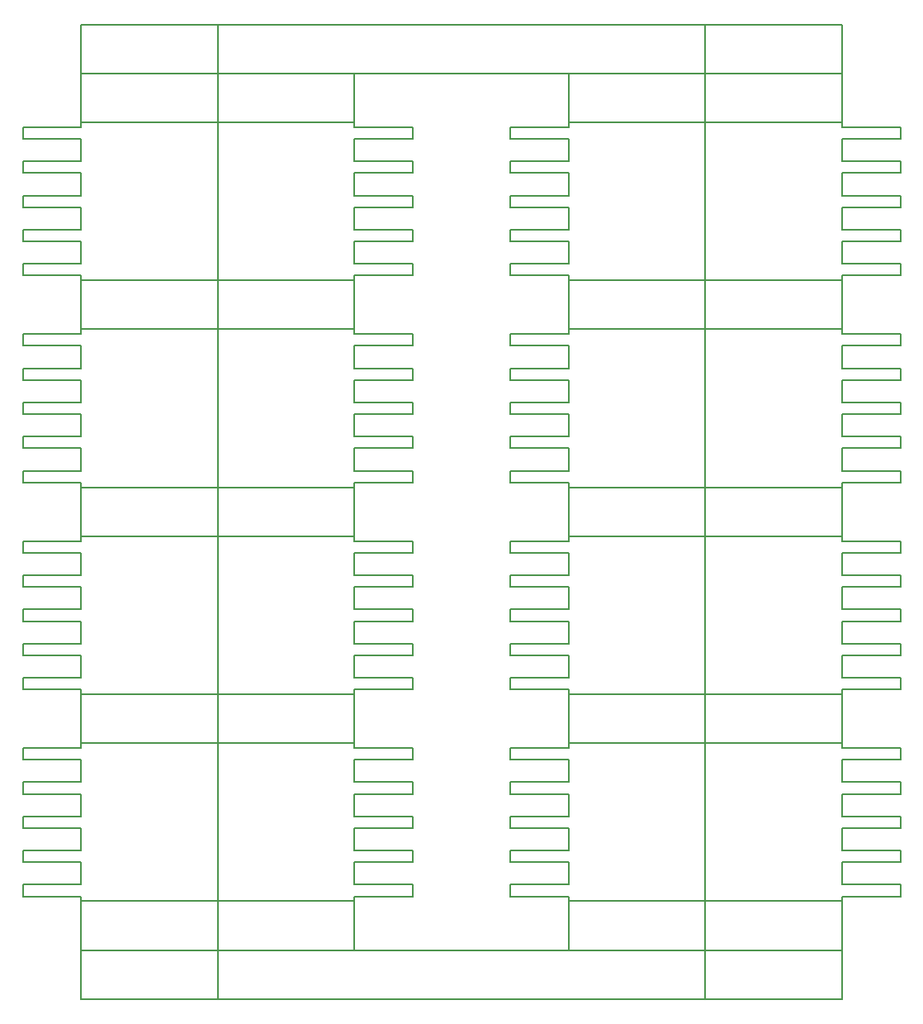
<source format=gm1>
G04 #@! TF.GenerationSoftware,KiCad,Pcbnew,(5.1.0)-1*
G04 #@! TF.CreationDate,2019-06-08T19:04:16-04:00*
G04 #@! TF.ProjectId,input+output_panel,696e7075-742b-46f7-9574-7075745f7061,0.1*
G04 #@! TF.SameCoordinates,Original*
G04 #@! TF.FileFunction,Profile,NP*
%FSLAX46Y46*%
G04 Gerber Fmt 4.6, Leading zero omitted, Abs format (unit mm)*
G04 Created by KiCad (PCBNEW (5.1.0)-1) date 2019-06-08 19:04:16*
%MOMM*%
%LPD*%
G04 APERTURE LIST*
%ADD10C,0.150000*%
G04 APERTURE END LIST*
D10*
X163299000Y-32219000D02*
X163299000Y-42219000D01*
X113299000Y-32219000D02*
X113299000Y-42219000D01*
X113299000Y-122019000D02*
X113299000Y-132019000D01*
X163299000Y-122019000D02*
X163299000Y-132019000D01*
X177299000Y-63419000D02*
X177299000Y-58419000D01*
X163299000Y-58419000D02*
X163299000Y-63419000D01*
X149299000Y-63419000D02*
X149299000Y-58419000D01*
X177299000Y-84619000D02*
X177299000Y-79619000D01*
X163299000Y-79619000D02*
X163299000Y-84619000D01*
X149299000Y-84619000D02*
X149299000Y-79619000D01*
X177299000Y-105819000D02*
X177299000Y-100819000D01*
X163299000Y-100819000D02*
X163299000Y-105819000D01*
X149299000Y-105819000D02*
X149299000Y-100819000D01*
X127299000Y-127019000D02*
X149299000Y-127019000D01*
X99299000Y-132019000D02*
X99299000Y-122019000D01*
X174799000Y-132019000D02*
X101799000Y-132019000D01*
X177299000Y-132019000D02*
X177299000Y-122019000D01*
X174799000Y-132019000D02*
X177299000Y-132019000D01*
X101799000Y-132019000D02*
X99299000Y-132019000D01*
X149299000Y-127019000D02*
X149299000Y-122019000D01*
X174799000Y-127019000D02*
X151799000Y-127019000D01*
X127299000Y-122019000D02*
X127299000Y-127019000D01*
X124799000Y-127019000D02*
X101799000Y-127019000D01*
X127299000Y-100819000D02*
X127299000Y-105819000D01*
X113299000Y-105819000D02*
X113299000Y-100819000D01*
X99299000Y-100819000D02*
X99299000Y-105819000D01*
X127299000Y-79619000D02*
X127299000Y-84619000D01*
X113299000Y-84619000D02*
X113299000Y-79619000D01*
X99299000Y-79619000D02*
X99299000Y-84619000D01*
X127299000Y-58419000D02*
X127299000Y-63419000D01*
X113299000Y-63419000D02*
X113299000Y-58419000D01*
X99299000Y-58419000D02*
X99299000Y-63419000D01*
X149299000Y-32219000D02*
X127299000Y-32219000D01*
X174792000Y-32211000D02*
X151799000Y-32219000D01*
X177299000Y-37219000D02*
X177292000Y-32211000D01*
X177299000Y-37219000D02*
X177299000Y-42219000D01*
X151799000Y-37219000D02*
X174799000Y-37219000D01*
X149299000Y-42219000D02*
X149299000Y-37219000D01*
X127299000Y-37219000D02*
X149299000Y-37219000D01*
X127299000Y-42219000D02*
X127299000Y-37219000D01*
X124799000Y-32219000D02*
X101799000Y-32211000D01*
X101799000Y-37219000D02*
X124799000Y-37219000D01*
X99299000Y-42219000D02*
X99299000Y-32211000D01*
X174799000Y-127019000D02*
X177299000Y-127019000D01*
X151799000Y-127019000D02*
X149299000Y-127019000D01*
X124799000Y-127019000D02*
X127299000Y-127019000D01*
X101799000Y-127019000D02*
X99299000Y-127019000D01*
X174792000Y-32211000D02*
X177292000Y-32211000D01*
X151799000Y-32219000D02*
X149299000Y-32219000D01*
X124799000Y-32219000D02*
X127299000Y-32219000D01*
X101799000Y-32211000D02*
X99299000Y-32211000D01*
X174799000Y-37219000D02*
X177299000Y-37219000D01*
X151799000Y-37219000D02*
X149299000Y-37219000D01*
X124799000Y-37219000D02*
X127299000Y-37219000D01*
X101799000Y-37219000D02*
X99299000Y-37219000D01*
X177299000Y-56719000D02*
X177299000Y-54419000D01*
X143299000Y-54419000D02*
X149299000Y-54419000D01*
X143299000Y-49719000D02*
X143299000Y-50919000D01*
X149299000Y-53219000D02*
X143299000Y-53219000D01*
X143299000Y-57919000D02*
X149299000Y-57919000D01*
X149299000Y-56719000D02*
X143299000Y-56719000D01*
X143299000Y-42719000D02*
X143299000Y-43919000D01*
X143299000Y-56719000D02*
X143299000Y-57919000D01*
X143299000Y-43919000D02*
X149299000Y-43919000D01*
X177299000Y-57919000D02*
X183299000Y-57919000D01*
X149299000Y-43919000D02*
X149299000Y-46219000D01*
X149299000Y-50919000D02*
X149299000Y-53219000D01*
X149299000Y-54419000D02*
X149299000Y-56719000D01*
X149299000Y-47419000D02*
X149299000Y-49719000D01*
X143299000Y-53219000D02*
X143299000Y-54419000D01*
X149299000Y-57919000D02*
X149299000Y-58419000D01*
X149299000Y-42219000D02*
X149299000Y-42719000D01*
X149299000Y-49719000D02*
X143299000Y-49719000D01*
X163299000Y-42219000D02*
X169299000Y-42219000D01*
X151799000Y-42219000D02*
X149299000Y-42219000D01*
X183299000Y-47419000D02*
X183299000Y-46219000D01*
X143299000Y-47419000D02*
X149299000Y-47419000D01*
X163299000Y-58419000D02*
X169299000Y-58419000D01*
X183299000Y-46219000D02*
X177299000Y-46219000D01*
X177299000Y-46219000D02*
X177299000Y-43919000D01*
X177299000Y-49719000D02*
X177299000Y-47419000D01*
X163299000Y-58419000D02*
X163299000Y-42219000D01*
X157299000Y-58419000D02*
X151799000Y-58419000D01*
X177299000Y-50919000D02*
X183299000Y-50919000D01*
X177299000Y-42719000D02*
X177299000Y-42219000D01*
X163299000Y-58419000D02*
X157299000Y-58419000D01*
X143299000Y-50919000D02*
X149299000Y-50919000D01*
X169299000Y-58419000D02*
X174799000Y-58419000D01*
X183299000Y-56719000D02*
X177299000Y-56719000D01*
X177299000Y-47419000D02*
X183299000Y-47419000D01*
X149299000Y-42719000D02*
X143299000Y-42719000D01*
X183299000Y-50919000D02*
X183299000Y-49719000D01*
X157299000Y-42219000D02*
X151799000Y-42219000D01*
X183299000Y-54419000D02*
X183299000Y-53219000D01*
X177299000Y-58419000D02*
X177299000Y-57919000D01*
X143299000Y-46219000D02*
X143299000Y-47419000D01*
X163299000Y-42219000D02*
X157299000Y-42219000D01*
X183299000Y-57919000D02*
X183299000Y-56719000D01*
X163299000Y-42219000D02*
X163299000Y-58419000D01*
X183299000Y-53219000D02*
X177299000Y-53219000D01*
X183299000Y-49719000D02*
X177299000Y-49719000D01*
X174799000Y-42219000D02*
X177299000Y-42219000D01*
X169299000Y-42219000D02*
X174799000Y-42219000D01*
X174799000Y-58419000D02*
X177299000Y-58419000D01*
X183299000Y-43919000D02*
X183299000Y-42719000D01*
X183299000Y-42719000D02*
X177299000Y-42719000D01*
X177299000Y-43919000D02*
X183299000Y-43919000D01*
X177299000Y-54419000D02*
X183299000Y-54419000D01*
X177299000Y-53219000D02*
X177299000Y-50919000D01*
X149299000Y-46219000D02*
X143299000Y-46219000D01*
X151799000Y-58419000D02*
X149299000Y-58419000D01*
X143299000Y-77919000D02*
X143299000Y-79119000D01*
X143299000Y-75619000D02*
X149299000Y-75619000D01*
X143299000Y-70919000D02*
X143299000Y-72119000D01*
X149299000Y-65119000D02*
X149299000Y-67419000D01*
X143299000Y-63919000D02*
X143299000Y-65119000D01*
X149299000Y-79119000D02*
X149299000Y-79619000D01*
X149299000Y-68619000D02*
X149299000Y-70919000D01*
X143299000Y-65119000D02*
X149299000Y-65119000D01*
X149299000Y-74419000D02*
X143299000Y-74419000D01*
X149299000Y-72119000D02*
X149299000Y-74419000D01*
X143299000Y-79119000D02*
X149299000Y-79119000D01*
X149299000Y-75619000D02*
X149299000Y-77919000D01*
X149299000Y-77919000D02*
X143299000Y-77919000D01*
X149299000Y-63419000D02*
X149299000Y-63919000D01*
X143299000Y-74419000D02*
X143299000Y-75619000D01*
X177299000Y-79119000D02*
X183299000Y-79119000D01*
X177299000Y-77919000D02*
X177299000Y-75619000D01*
X183299000Y-77919000D02*
X177299000Y-77919000D01*
X177299000Y-68619000D02*
X183299000Y-68619000D01*
X149299000Y-63919000D02*
X143299000Y-63919000D01*
X169299000Y-63419000D02*
X174799000Y-63419000D01*
X174799000Y-79619000D02*
X177299000Y-79619000D01*
X183299000Y-65119000D02*
X183299000Y-63919000D01*
X183299000Y-63919000D02*
X177299000Y-63919000D01*
X177299000Y-65119000D02*
X183299000Y-65119000D01*
X143299000Y-72119000D02*
X149299000Y-72119000D01*
X177299000Y-75619000D02*
X183299000Y-75619000D01*
X151799000Y-79619000D02*
X149299000Y-79619000D01*
X149299000Y-70919000D02*
X143299000Y-70919000D01*
X163299000Y-63419000D02*
X169299000Y-63419000D01*
X183299000Y-67419000D02*
X177299000Y-67419000D01*
X183299000Y-72119000D02*
X183299000Y-70919000D01*
X149299000Y-67419000D02*
X143299000Y-67419000D01*
X183299000Y-68619000D02*
X183299000Y-67419000D01*
X157299000Y-63419000D02*
X151799000Y-63419000D01*
X177299000Y-67419000D02*
X177299000Y-65119000D01*
X151799000Y-63419000D02*
X149299000Y-63419000D01*
X169299000Y-79619000D02*
X174799000Y-79619000D01*
X183299000Y-75619000D02*
X183299000Y-74419000D01*
X174799000Y-63419000D02*
X177299000Y-63419000D01*
X183299000Y-79119000D02*
X183299000Y-77919000D01*
X177299000Y-79619000D02*
X177299000Y-79119000D01*
X177299000Y-70919000D02*
X177299000Y-68619000D01*
X163299000Y-79619000D02*
X163299000Y-63419000D01*
X183299000Y-70919000D02*
X177299000Y-70919000D01*
X163299000Y-63419000D02*
X163299000Y-79619000D01*
X143299000Y-68619000D02*
X149299000Y-68619000D01*
X177299000Y-74419000D02*
X177299000Y-72119000D01*
X143299000Y-67419000D02*
X143299000Y-68619000D01*
X163299000Y-79619000D02*
X169299000Y-79619000D01*
X163299000Y-63419000D02*
X157299000Y-63419000D01*
X163299000Y-79619000D02*
X157299000Y-79619000D01*
X177299000Y-72119000D02*
X183299000Y-72119000D01*
X157299000Y-79619000D02*
X151799000Y-79619000D01*
X177299000Y-63919000D02*
X177299000Y-63419000D01*
X183299000Y-74419000D02*
X177299000Y-74419000D01*
X183299000Y-99119000D02*
X177299000Y-99119000D01*
X177299000Y-89819000D02*
X183299000Y-89819000D01*
X177299000Y-85119000D02*
X177299000Y-84619000D01*
X177299000Y-100819000D02*
X177299000Y-100319000D01*
X177299000Y-99119000D02*
X177299000Y-96819000D01*
X177299000Y-86319000D02*
X183299000Y-86319000D01*
X183299000Y-88619000D02*
X177299000Y-88619000D01*
X183299000Y-89819000D02*
X183299000Y-88619000D01*
X177299000Y-92119000D02*
X177299000Y-89819000D01*
X177299000Y-96819000D02*
X183299000Y-96819000D01*
X183299000Y-86319000D02*
X183299000Y-85119000D01*
X177299000Y-95619000D02*
X177299000Y-93319000D01*
X183299000Y-95619000D02*
X177299000Y-95619000D01*
X183299000Y-93319000D02*
X183299000Y-92119000D01*
X183299000Y-100319000D02*
X183299000Y-99119000D01*
X183299000Y-85119000D02*
X177299000Y-85119000D01*
X177299000Y-88619000D02*
X177299000Y-86319000D01*
X169299000Y-84619000D02*
X174799000Y-84619000D01*
X169299000Y-100819000D02*
X174799000Y-100819000D01*
X177299000Y-100319000D02*
X183299000Y-100319000D01*
X163299000Y-100819000D02*
X169299000Y-100819000D01*
X177299000Y-93319000D02*
X183299000Y-93319000D01*
X174799000Y-100819000D02*
X177299000Y-100819000D01*
X163299000Y-100819000D02*
X163299000Y-84619000D01*
X163299000Y-84619000D02*
X169299000Y-84619000D01*
X183299000Y-96819000D02*
X183299000Y-95619000D01*
X174799000Y-84619000D02*
X177299000Y-84619000D01*
X183299000Y-92119000D02*
X177299000Y-92119000D01*
X151799000Y-100819000D02*
X149299000Y-100819000D01*
X157299000Y-84619000D02*
X151799000Y-84619000D01*
X149299000Y-92119000D02*
X143299000Y-92119000D01*
X149299000Y-85119000D02*
X143299000Y-85119000D01*
X157299000Y-100819000D02*
X151799000Y-100819000D01*
X151799000Y-84619000D02*
X149299000Y-84619000D01*
X163299000Y-84619000D02*
X157299000Y-84619000D01*
X143299000Y-93319000D02*
X149299000Y-93319000D01*
X143299000Y-88619000D02*
X143299000Y-89819000D01*
X163299000Y-84619000D02*
X163299000Y-100819000D01*
X163299000Y-100819000D02*
X157299000Y-100819000D01*
X149299000Y-88619000D02*
X143299000Y-88619000D01*
X143299000Y-89819000D02*
X149299000Y-89819000D01*
X143299000Y-92119000D02*
X143299000Y-93319000D01*
X143299000Y-85119000D02*
X143299000Y-86319000D01*
X143299000Y-86319000D02*
X149299000Y-86319000D01*
X149299000Y-95619000D02*
X143299000Y-95619000D01*
X143299000Y-100319000D02*
X149299000Y-100319000D01*
X149299000Y-100319000D02*
X149299000Y-100819000D01*
X143299000Y-99119000D02*
X143299000Y-100319000D01*
X149299000Y-99119000D02*
X143299000Y-99119000D01*
X143299000Y-96819000D02*
X149299000Y-96819000D01*
X143299000Y-95619000D02*
X143299000Y-96819000D01*
X149299000Y-84619000D02*
X149299000Y-85119000D01*
X149299000Y-86319000D02*
X149299000Y-88619000D01*
X149299000Y-89819000D02*
X149299000Y-92119000D01*
X149299000Y-93319000D02*
X149299000Y-95619000D01*
X149299000Y-96819000D02*
X149299000Y-99119000D01*
X174799000Y-105819000D02*
X177299000Y-105819000D01*
X169299000Y-122019000D02*
X174799000Y-122019000D01*
X177299000Y-114519000D02*
X183299000Y-114519000D01*
X177299000Y-121519000D02*
X183299000Y-121519000D01*
X169299000Y-105819000D02*
X174799000Y-105819000D01*
X174799000Y-122019000D02*
X177299000Y-122019000D01*
X163299000Y-122019000D02*
X169299000Y-122019000D01*
X183299000Y-113319000D02*
X177299000Y-113319000D01*
X183299000Y-118019000D02*
X183299000Y-116819000D01*
X163299000Y-122019000D02*
X163299000Y-105819000D01*
X163299000Y-105819000D02*
X169299000Y-105819000D01*
X177299000Y-118019000D02*
X183299000Y-118019000D01*
X183299000Y-116819000D02*
X177299000Y-116819000D01*
X183299000Y-114519000D02*
X183299000Y-113319000D01*
X183299000Y-121519000D02*
X183299000Y-120319000D01*
X183299000Y-120319000D02*
X177299000Y-120319000D01*
X177299000Y-111019000D02*
X183299000Y-111019000D01*
X183299000Y-106319000D02*
X177299000Y-106319000D01*
X177299000Y-106319000D02*
X177299000Y-105819000D01*
X183299000Y-107519000D02*
X183299000Y-106319000D01*
X177299000Y-107519000D02*
X183299000Y-107519000D01*
X183299000Y-109819000D02*
X177299000Y-109819000D01*
X183299000Y-111019000D02*
X183299000Y-109819000D01*
X177299000Y-122019000D02*
X177299000Y-121519000D01*
X177299000Y-120319000D02*
X177299000Y-118019000D01*
X177299000Y-116819000D02*
X177299000Y-114519000D01*
X177299000Y-113319000D02*
X177299000Y-111019000D01*
X177299000Y-109819000D02*
X177299000Y-107519000D01*
X99299000Y-49719000D02*
X93299000Y-49719000D01*
X93299000Y-49719000D02*
X93299000Y-50919000D01*
X99299000Y-43919000D02*
X99299000Y-46219000D01*
X99299000Y-50919000D02*
X99299000Y-53219000D01*
X127299000Y-49719000D02*
X127299000Y-47419000D01*
X127299000Y-54419000D02*
X133299000Y-54419000D01*
X99299000Y-42719000D02*
X93299000Y-42719000D01*
X133299000Y-50919000D02*
X133299000Y-49719000D01*
X133299000Y-56719000D02*
X127299000Y-56719000D01*
X133299000Y-42719000D02*
X127299000Y-42719000D01*
X133299000Y-43919000D02*
X133299000Y-42719000D01*
X127299000Y-43919000D02*
X133299000Y-43919000D01*
X113299000Y-58419000D02*
X119299000Y-58419000D01*
X101799000Y-58419000D02*
X99299000Y-58419000D01*
X127299000Y-56719000D02*
X127299000Y-54419000D01*
X107299000Y-42219000D02*
X101799000Y-42219000D01*
X93299000Y-47419000D02*
X99299000Y-47419000D01*
X127299000Y-46219000D02*
X127299000Y-43919000D01*
X133299000Y-54419000D02*
X133299000Y-53219000D01*
X127299000Y-42719000D02*
X127299000Y-42219000D01*
X119299000Y-58419000D02*
X124799000Y-58419000D01*
X93299000Y-42719000D02*
X93299000Y-43919000D01*
X113299000Y-58419000D02*
X113299000Y-42219000D01*
X119299000Y-42219000D02*
X124799000Y-42219000D01*
X127299000Y-50919000D02*
X133299000Y-50919000D01*
X124799000Y-42219000D02*
X127299000Y-42219000D01*
X93299000Y-46219000D02*
X93299000Y-47419000D01*
X93299000Y-50919000D02*
X99299000Y-50919000D01*
X113299000Y-42219000D02*
X119299000Y-42219000D01*
X133299000Y-53219000D02*
X127299000Y-53219000D01*
X113299000Y-42219000D02*
X107299000Y-42219000D01*
X133299000Y-57919000D02*
X133299000Y-56719000D01*
X127299000Y-53219000D02*
X127299000Y-50919000D01*
X113299000Y-42219000D02*
X113299000Y-58419000D01*
X99299000Y-53219000D02*
X93299000Y-53219000D01*
X127299000Y-58419000D02*
X127299000Y-57919000D01*
X127299000Y-57919000D02*
X133299000Y-57919000D01*
X127299000Y-47419000D02*
X133299000Y-47419000D01*
X113299000Y-58419000D02*
X107299000Y-58419000D01*
X133299000Y-49719000D02*
X127299000Y-49719000D01*
X93299000Y-57919000D02*
X99299000Y-57919000D01*
X133299000Y-46219000D02*
X127299000Y-46219000D01*
X99299000Y-47419000D02*
X99299000Y-49719000D01*
X93299000Y-43919000D02*
X99299000Y-43919000D01*
X124799000Y-58419000D02*
X127299000Y-58419000D01*
X107299000Y-58419000D02*
X101799000Y-58419000D01*
X133299000Y-47419000D02*
X133299000Y-46219000D01*
X99299000Y-56719000D02*
X93299000Y-56719000D01*
X99299000Y-57919000D02*
X99299000Y-58419000D01*
X99299000Y-46219000D02*
X93299000Y-46219000D01*
X99299000Y-42219000D02*
X99299000Y-42719000D01*
X101799000Y-42219000D02*
X99299000Y-42219000D01*
X93299000Y-54419000D02*
X99299000Y-54419000D01*
X99299000Y-54419000D02*
X99299000Y-56719000D01*
X93299000Y-56719000D02*
X93299000Y-57919000D01*
X93299000Y-53219000D02*
X93299000Y-54419000D01*
X133299000Y-68619000D02*
X133299000Y-67419000D01*
X113299000Y-79619000D02*
X107299000Y-79619000D01*
X99299000Y-77919000D02*
X93299000Y-77919000D01*
X99299000Y-79119000D02*
X99299000Y-79619000D01*
X99299000Y-63419000D02*
X99299000Y-63919000D01*
X93299000Y-79119000D02*
X99299000Y-79119000D01*
X101799000Y-63419000D02*
X99299000Y-63419000D01*
X133299000Y-67419000D02*
X127299000Y-67419000D01*
X99299000Y-74419000D02*
X93299000Y-74419000D01*
X93299000Y-75619000D02*
X99299000Y-75619000D01*
X99299000Y-75619000D02*
X99299000Y-77919000D01*
X107299000Y-63419000D02*
X101799000Y-63419000D01*
X99299000Y-68619000D02*
X99299000Y-70919000D01*
X93299000Y-74419000D02*
X93299000Y-75619000D01*
X99299000Y-70919000D02*
X93299000Y-70919000D01*
X93299000Y-63919000D02*
X93299000Y-65119000D01*
X93299000Y-70919000D02*
X93299000Y-72119000D01*
X99299000Y-67419000D02*
X93299000Y-67419000D01*
X113299000Y-63419000D02*
X113299000Y-79619000D01*
X93299000Y-77919000D02*
X93299000Y-79119000D01*
X99299000Y-65119000D02*
X99299000Y-67419000D01*
X99299000Y-72119000D02*
X99299000Y-74419000D01*
X93299000Y-65119000D02*
X99299000Y-65119000D01*
X107299000Y-79619000D02*
X101799000Y-79619000D01*
X93299000Y-72119000D02*
X99299000Y-72119000D01*
X99299000Y-63919000D02*
X93299000Y-63919000D01*
X101799000Y-79619000D02*
X99299000Y-79619000D01*
X93299000Y-68619000D02*
X99299000Y-68619000D01*
X113299000Y-63419000D02*
X119299000Y-63419000D01*
X133299000Y-70919000D02*
X127299000Y-70919000D01*
X133299000Y-79119000D02*
X133299000Y-77919000D01*
X127299000Y-68619000D02*
X133299000Y-68619000D01*
X133299000Y-74419000D02*
X127299000Y-74419000D01*
X113299000Y-79619000D02*
X113299000Y-63419000D01*
X127299000Y-77919000D02*
X127299000Y-75619000D01*
X127299000Y-65119000D02*
X133299000Y-65119000D01*
X133299000Y-75619000D02*
X133299000Y-74419000D01*
X133299000Y-77919000D02*
X127299000Y-77919000D01*
X119299000Y-63419000D02*
X124799000Y-63419000D01*
X127299000Y-74419000D02*
X127299000Y-72119000D01*
X127299000Y-67419000D02*
X127299000Y-65119000D01*
X127299000Y-63919000D02*
X127299000Y-63419000D01*
X127299000Y-75619000D02*
X133299000Y-75619000D01*
X127299000Y-72119000D02*
X133299000Y-72119000D01*
X113299000Y-79619000D02*
X119299000Y-79619000D01*
X113299000Y-63419000D02*
X107299000Y-63419000D01*
X127299000Y-70919000D02*
X127299000Y-68619000D01*
X93299000Y-67419000D02*
X93299000Y-68619000D01*
X124799000Y-63419000D02*
X127299000Y-63419000D01*
X124799000Y-79619000D02*
X127299000Y-79619000D01*
X133299000Y-65119000D02*
X133299000Y-63919000D01*
X133299000Y-72119000D02*
X133299000Y-70919000D01*
X127299000Y-79619000D02*
X127299000Y-79119000D01*
X133299000Y-63919000D02*
X127299000Y-63919000D01*
X127299000Y-79119000D02*
X133299000Y-79119000D01*
X119299000Y-79619000D02*
X124799000Y-79619000D01*
X133299000Y-88619000D02*
X127299000Y-88619000D01*
X133299000Y-89819000D02*
X133299000Y-88619000D01*
X93299000Y-96819000D02*
X99299000Y-96819000D01*
X93299000Y-95619000D02*
X93299000Y-96819000D01*
X99299000Y-86319000D02*
X99299000Y-88619000D01*
X99299000Y-84619000D02*
X99299000Y-85119000D01*
X99299000Y-89819000D02*
X99299000Y-92119000D01*
X99299000Y-93319000D02*
X99299000Y-95619000D01*
X99299000Y-96819000D02*
X99299000Y-99119000D01*
X99299000Y-100319000D02*
X99299000Y-100819000D01*
X93299000Y-86319000D02*
X99299000Y-86319000D01*
X93299000Y-92119000D02*
X93299000Y-93319000D01*
X93299000Y-93319000D02*
X99299000Y-93319000D01*
X99299000Y-88619000D02*
X93299000Y-88619000D01*
X99299000Y-85119000D02*
X93299000Y-85119000D01*
X99299000Y-95619000D02*
X93299000Y-95619000D01*
X107299000Y-100819000D02*
X101799000Y-100819000D01*
X101799000Y-84619000D02*
X99299000Y-84619000D01*
X99299000Y-92119000D02*
X93299000Y-92119000D01*
X101799000Y-100819000D02*
X99299000Y-100819000D01*
X93299000Y-100319000D02*
X99299000Y-100319000D01*
X93299000Y-99119000D02*
X93299000Y-100319000D01*
X107299000Y-84619000D02*
X101799000Y-84619000D01*
X99299000Y-99119000D02*
X93299000Y-99119000D01*
X113299000Y-84619000D02*
X113299000Y-100819000D01*
X93299000Y-85119000D02*
X93299000Y-86319000D01*
X113299000Y-100819000D02*
X107299000Y-100819000D01*
X93299000Y-89819000D02*
X99299000Y-89819000D01*
X93299000Y-88619000D02*
X93299000Y-89819000D01*
X124799000Y-84619000D02*
X127299000Y-84619000D01*
X124799000Y-100819000D02*
X127299000Y-100819000D01*
X133299000Y-86319000D02*
X133299000Y-85119000D01*
X127299000Y-100319000D02*
X133299000Y-100319000D01*
X119299000Y-100819000D02*
X124799000Y-100819000D01*
X113299000Y-100819000D02*
X113299000Y-84619000D01*
X127299000Y-99119000D02*
X127299000Y-96819000D01*
X133299000Y-92119000D02*
X127299000Y-92119000D01*
X127299000Y-100819000D02*
X127299000Y-100319000D01*
X127299000Y-86319000D02*
X133299000Y-86319000D01*
X133299000Y-99119000D02*
X127299000Y-99119000D01*
X119299000Y-84619000D02*
X124799000Y-84619000D01*
X133299000Y-85119000D02*
X127299000Y-85119000D01*
X127299000Y-95619000D02*
X127299000Y-93319000D01*
X133299000Y-100319000D02*
X133299000Y-99119000D01*
X113299000Y-84619000D02*
X119299000Y-84619000D01*
X127299000Y-92119000D02*
X127299000Y-89819000D01*
X127299000Y-88619000D02*
X127299000Y-86319000D01*
X127299000Y-85119000D02*
X127299000Y-84619000D01*
X133299000Y-93319000D02*
X133299000Y-92119000D01*
X127299000Y-96819000D02*
X133299000Y-96819000D01*
X127299000Y-89819000D02*
X133299000Y-89819000D01*
X127299000Y-93319000D02*
X133299000Y-93319000D01*
X133299000Y-95619000D02*
X127299000Y-95619000D01*
X113299000Y-100819000D02*
X119299000Y-100819000D01*
X133299000Y-96819000D02*
X133299000Y-95619000D01*
X113299000Y-84619000D02*
X107299000Y-84619000D01*
X133299000Y-109819000D02*
X127299000Y-109819000D01*
X133299000Y-111019000D02*
X133299000Y-109819000D01*
X127299000Y-120319000D02*
X127299000Y-118019000D01*
X127299000Y-122019000D02*
X127299000Y-121519000D01*
X127299000Y-116819000D02*
X127299000Y-114519000D01*
X127299000Y-113319000D02*
X127299000Y-111019000D01*
X127299000Y-109819000D02*
X127299000Y-107519000D01*
X127299000Y-106319000D02*
X127299000Y-105819000D01*
X133299000Y-120319000D02*
X127299000Y-120319000D01*
X133299000Y-114519000D02*
X133299000Y-113319000D01*
X133299000Y-113319000D02*
X127299000Y-113319000D01*
X127299000Y-118019000D02*
X133299000Y-118019000D01*
X127299000Y-121519000D02*
X133299000Y-121519000D01*
X127299000Y-111019000D02*
X133299000Y-111019000D01*
X119299000Y-105819000D02*
X124799000Y-105819000D01*
X124799000Y-122019000D02*
X127299000Y-122019000D01*
X127299000Y-114519000D02*
X133299000Y-114519000D01*
X124799000Y-105819000D02*
X127299000Y-105819000D01*
X133299000Y-106319000D02*
X127299000Y-106319000D01*
X133299000Y-107519000D02*
X133299000Y-106319000D01*
X119299000Y-122019000D02*
X124799000Y-122019000D01*
X127299000Y-107519000D02*
X133299000Y-107519000D01*
X113299000Y-122019000D02*
X113299000Y-105819000D01*
X133299000Y-121519000D02*
X133299000Y-120319000D01*
X113299000Y-105819000D02*
X119299000Y-105819000D01*
X133299000Y-116819000D02*
X127299000Y-116819000D01*
X133299000Y-118019000D02*
X133299000Y-116819000D01*
X113299000Y-122019000D02*
X119299000Y-122019000D01*
X99299000Y-121519000D02*
X99299000Y-122019000D01*
X99299000Y-118019000D02*
X99299000Y-120319000D01*
X99299000Y-114519000D02*
X99299000Y-116819000D01*
X99299000Y-111019000D02*
X99299000Y-113319000D01*
X99299000Y-107519000D02*
X99299000Y-109819000D01*
X99299000Y-105819000D02*
X99299000Y-106319000D01*
X93299000Y-116819000D02*
X93299000Y-118019000D01*
X93299000Y-118019000D02*
X99299000Y-118019000D01*
X93299000Y-121519000D02*
X99299000Y-121519000D01*
X99299000Y-120319000D02*
X93299000Y-120319000D01*
X93299000Y-120319000D02*
X93299000Y-121519000D01*
X99299000Y-116819000D02*
X93299000Y-116819000D01*
X93299000Y-107519000D02*
X99299000Y-107519000D01*
X93299000Y-106319000D02*
X93299000Y-107519000D01*
X99299000Y-106319000D02*
X93299000Y-106319000D01*
X93299000Y-111019000D02*
X99299000Y-111019000D01*
X93299000Y-109819000D02*
X93299000Y-111019000D01*
X99299000Y-109819000D02*
X93299000Y-109819000D01*
X93299000Y-114519000D02*
X99299000Y-114519000D01*
X93299000Y-113319000D02*
X93299000Y-114519000D01*
X99299000Y-113319000D02*
X93299000Y-113319000D01*
X101799000Y-122019000D02*
X99299000Y-122019000D01*
X107299000Y-122019000D02*
X101799000Y-122019000D01*
X113299000Y-122019000D02*
X107299000Y-122019000D01*
X113299000Y-105819000D02*
X113299000Y-122019000D01*
X101799000Y-105819000D02*
X99299000Y-105819000D01*
X107299000Y-105819000D02*
X101799000Y-105819000D01*
X113299000Y-105819000D02*
X107299000Y-105819000D01*
X149299000Y-121519000D02*
X149299000Y-122019000D01*
X149299000Y-118019000D02*
X149299000Y-120319000D01*
X149299000Y-114519000D02*
X149299000Y-116819000D01*
X149299000Y-111019000D02*
X149299000Y-113319000D01*
X149299000Y-107519000D02*
X149299000Y-109819000D01*
X149299000Y-105819000D02*
X149299000Y-106319000D01*
X143299000Y-116819000D02*
X143299000Y-118019000D01*
X143299000Y-118019000D02*
X149299000Y-118019000D01*
X143299000Y-121519000D02*
X149299000Y-121519000D01*
X149299000Y-120319000D02*
X143299000Y-120319000D01*
X143299000Y-120319000D02*
X143299000Y-121519000D01*
X149299000Y-116819000D02*
X143299000Y-116819000D01*
X143299000Y-107519000D02*
X149299000Y-107519000D01*
X143299000Y-106319000D02*
X143299000Y-107519000D01*
X149299000Y-106319000D02*
X143299000Y-106319000D01*
X143299000Y-111019000D02*
X149299000Y-111019000D01*
X143299000Y-109819000D02*
X143299000Y-111019000D01*
X149299000Y-109819000D02*
X143299000Y-109819000D01*
X143299000Y-114519000D02*
X149299000Y-114519000D01*
X143299000Y-113319000D02*
X143299000Y-114519000D01*
X149299000Y-113319000D02*
X143299000Y-113319000D01*
X151799000Y-122019000D02*
X149299000Y-122019000D01*
X157299000Y-122019000D02*
X151799000Y-122019000D01*
X163299000Y-122019000D02*
X157299000Y-122019000D01*
X163299000Y-105819000D02*
X163299000Y-122019000D01*
X151799000Y-105819000D02*
X149299000Y-105819000D01*
X157299000Y-105819000D02*
X151799000Y-105819000D01*
X163299000Y-105819000D02*
X157299000Y-105819000D01*
M02*

</source>
